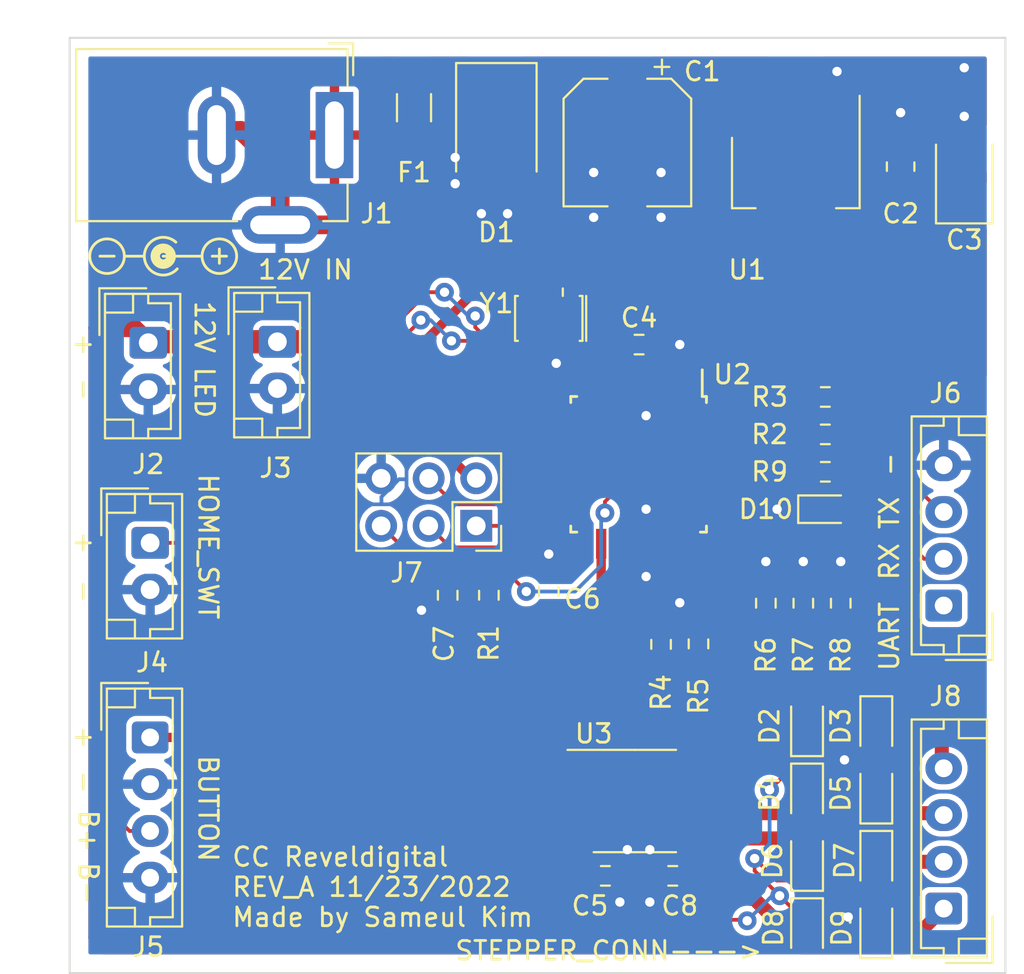
<source format=kicad_pcb>
(kicad_pcb (version 20211014) (generator pcbnew)
  (layers (0 "F.Cu" signal) (31 "B.Cu" signal) (34 "B.Paste" user) (35 "F.Paste" user) (36 "B.SilkS" user "B.Silkscreen") (37 "F.SilkS" user "F.Silkscreen") (38 "B.Mask" user) (39 "F.Mask" user) (44 "Edge.Cuts" user))
  (net 0 "")
  (net 1 "VDD")
  (net 2 "GND")
  (net 3 "VCC")
  (net 4 "/COILA1")
  (net 5 "/COILA2")
  (net 6 "/COILB1")
  (net 7 "/COILB2")
  (net 8 "Net-(D10-Pad2)")
  (net 9 "Net-(F1-Pad1)")
  (net 10 "HOME_SWITCH")
  (net 11 "BUTTON")
  (net 13 "RXD")
  (net 14 "TXD")
  (net 15 "/MISO")
  (net 16 "/SCK")
  (net 17 "/MOSI")
  (net 18 "~{RESET}")
  (net 19 "/RXD_PIN")
  (net 20 "/TXD_PIN")
  (net 21 "/EN_B")
  (net 22 "/PHA_B")
  (net 23 "/STBY")
  (net 24 "/EN_A")
  (net 25 "/PHA_A")
  (net 26 "Net-(J9-Pad1)")
  (net 27 "/XTAL1")
  (net 28 "/XTAL2")
  (net 29 "Net-(J10-Pad1)")
  (net 30 "Net-(J11-Pad1)")
  (net 31 "Net-(J12-Pad1)")
  (net 32 "Net-(J13-Pad1)")
  (net 33 "Net-(J14-Pad1)")
  (net 34 "Net-(J15-Pad1)")
  (net 35 "Net-(J16-Pad1)")
  (net 36 "Net-(J17-Pad1)")
  (net 39 "Net-(J18-Pad1)")
  (net 40 "Net-(R9-Pad1)")
  (footprint "Resistor_SMD:R_0603_1608Metric" (layer "F.Cu") (at 72.4 79.8 90)
    (fp_text reference "R1")
    (fp_text value "10k")
  )
  (footprint "Resistor_SMD:R_0603_1608Metric" (layer "F.Cu") (at 70.2 79.8 -90)
    (fp_text reference "C7")
    (fp_text value "100nF")
  )
  (footprint "Package_TO_SOT_SMD:SOT-223-3_TabPin2" (layer "F.Cu") (at 88.8 57.2 -90)
    (fp_text reference "U1")
    (fp_text value "LM1117-5.0")
  )
  (footprint "Connector_JST:JST_EH_B4B-EH-A_1x04_P2.50mm_Vertical" (layer "F.Cu") (at 96.7 80.35 90)
    (fp_text reference "J6")
    (fp_text value "UART_CONN")
  )
  (footprint "Connector_PinSocket_2.54mm:PinSocket_2x03_P2.54mm_Vertical" (layer "F.Cu") (at 71.725 76.09 -90)
    (fp_text reference "J7")
    (fp_text value "PROGRAM_CONN")
  )
  (footprint "Diode_SMD:D_SOD-323" (layer "F.Cu") (at 89.4 90.4 -90)
    (fp_text reference "D4")
    (fp_text value "D")
  )
  (footprint "Connector_Wire:SolderWirePad_1x01_SMD_1x2mm" (layer "F.Cu") (at 77.6 82.8 180)
    (fp_text reference "J12" hide)
    (fp_text value "PAD")
  )
  (footprint "Connector_JST:JST_EH_B2B-EH-A_1x02_P2.50mm_Vertical" (layer "F.Cu") (at 54.2 66.3 -90)
    (fp_text reference "J2")
    (fp_text value "LED_CONN")
  )
  (footprint "Resistor_SMD:R_0603_1608Metric" (layer "F.Cu") (at 87.2 80.225 90)
    (fp_text reference "R6")
    (fp_text value "10k")
  )
  (footprint "Resistor_SMD:R_0805_2012Metric" (layer "F.Cu") (at 94.4 56.8875 90)
    (fp_text reference "C2")
    (fp_text value "1uF")
  )
  (footprint "Capacitor_SMD:CP_Elec_6.3x5.2" (layer "F.Cu") (at 79.8 55.6 -90)
    (fp_text reference "C1")
    (fp_text value "47uF")
  )
  (footprint "Capacitor_Tantalum_SMD:CP_EIA-3528-12_Kemet-T" (layer "F.Cu") (at 97.8 57.4625 90)
    (fp_text reference "C3")
    (fp_text value "22uF")
  )
  (footprint "Package_QFP:TQFP-32_7x7mm_P0.8mm" (layer "F.Cu") (at 80.4 72.8 -90)
    (fp_text reference "U2")
    (fp_text value "ATmega8L-8A")
  )
  (footprint "Connector_Wire:SolderWirePad_1x01_SMD_1x2mm" (layer "F.Cu") (at 79.8 82.8)
    (fp_text reference "J14" hide)
    (fp_text value "PAD")
  )
  (footprint "Resistor_SMD:R_0603_1608Metric" (layer "F.Cu") (at 90.375 73.2)
    (fp_text reference "R9")
    (fp_text value "1k")
  )
  (footprint "Connector_JST:JST_EH_B2B-EH-A_1x02_P2.50mm_Vertical" (layer "F.Cu") (at 54.3 77 -90)
    (fp_text reference "J4")
    (fp_text value "HOME_SWITCH_CONN")
  )
  (footprint "Connector_Wire:SolderWirePad_1x01_SMD_1x2mm" (layer "F.Cu") (at 69.6 69.6 180)
    (fp_text reference "J10" hide)
    (fp_text value "PAD")
  )
  (footprint "Connector_Wire:SolderWirePad_1x01_SMD_1x2mm" (layer "F.Cu") (at 75.4 82.8)
    (fp_text reference "J13" hide)
    (fp_text value "PAD")
  )
  (footprint "Diode_SMD:D_SOD-323" (layer "F.Cu") (at 93.1 94 -90)
    (fp_text reference "D7")
    (fp_text value "D")
  )
  (footprint "Diode_SMD:D_SOD-323" (layer "F.Cu") (at 89.4 97.6 -90)
    (fp_text reference "D8")
    (fp_text value "D")
  )
  (footprint "Connector_JST:JST_EH_B4B-EH-A_1x04_P2.50mm_Vertical" (layer "F.Cu") (at 96.7 96.55 90)
    (fp_text reference "J8")
    (fp_text value "MOTOR_CONN")
  )
  (footprint "Package_SO:TSSOP-16_4.4x5mm_P0.65mm" (layer "F.Cu") (at 80.2 90.8)
    (fp_text reference "U3")
    (fp_text value "TC78H621")
  )
  (footprint "Connector_Wire:SolderWirePad_1x01_SMD_1x2mm" (layer "F.Cu") (at 67.8 69.6 180)
    (fp_text reference "J11" hide)
    (fp_text value "PAD")
  )
  (footprint "Diode_SMD:D_SOD-323" (layer "F.Cu") (at 89.4 86.8 90)
    (fp_text reference "D2")
    (fp_text value "D")
  )
  (footprint "Resistor_SMD:R_1206_3216Metric" (layer "F.Cu") (at 68.4 53.7375 90)
    (fp_text reference "F1")
    (fp_text value "1.5A")
  )
  (footprint "Resistor_SMD:R_0603_1608Metric" (layer "F.Cu") (at 83.6 82.4 90)
    (fp_text reference "R5")
    (fp_text value "10k")
  )
  (footprint "Crystal:Resonator_SMD_Murata_CSTxExxV-3Pin_3.0x1.1mm_HandSoldering" (layer "F.Cu") (at 75.6 65 180)
    (fp_text reference "Y1")
    (fp_text value "Resonator")
  )
  (footprint "Diode_SMD:D_SMB" (layer "F.Cu") (at 72.8 55 -90)
    (fp_text reference "D1")
    (fp_text value "D")
  )
  (footprint "Connector_JST:JST_EH_B2B-EH-A_1x02_P2.50mm_Vertical" (layer "F.Cu") (at 61.1 66.25 -90)
    (fp_text reference "J3")
    (fp_text value "FAN_CONN")
  )
  (footprint "Resistor_SMD:R_0603_1608Metric" (layer "F.Cu") (at 89.2 80.225 90)
    (fp_text reference "R7")
    (fp_text value "10k")
  )
  (footprint "Resistor_SMD:R_0603_1608Metric" (layer "F.Cu") (at 91.2 80.225 90)
    (fp_text reference "R8")
    (fp_text value "10k")
  )
  (footprint "Connector_BarrelJack:BarrelJack_GCT_DCJ200-10-A_Horizontal" (layer "F.Cu") (at 64.15 55.2 -90)
    (fp_text reference "J1")
    (fp_text value "Barrel_Jack_Switch")
  )
  (footprint "Resistor_SMD:R_0603_1608Metric" (layer "F.Cu") (at 78.625 94.8 180)
    (fp_text reference "C5")
    (fp_text value "100nF")
  )
  (footprint "Connector_Wire:SolderWirePad_1x01_SMD_1x2mm" (layer "F.Cu") (at 73.2 69.6 180)
    (fp_text reference "J18" hide)
    (fp_text value "PAD")
  )
  (footprint "Resistor_SMD:R_0603_1608Metric" (layer "F.Cu") (at 80.425 66.4)
    (fp_text reference "C4")
    (fp_text value "100nF")
  )
  (footprint "Resistor_SMD:R_0603_1608Metric" (layer "F.Cu") (at 90.375 71.2)
    (fp_text reference "R2")
    (fp_text value "1k")
  )
  (footprint "Resistor_SMD:R_0603_1608Metric" (layer "F.Cu") (at 82.225 94.8 180)
    (fp_text reference "C8")
    (fp_text value "100nF")
  )
  (footprint "Symbol:Symbol_Barrel_Polarity" (layer "F.Cu") (at 55 61.6)
    (fp_text reference "REF**" hide)
    (fp_text value "Symbol_Barrel_Polarity")
  )
  (footprint "Diode_SMD:D_SOD-323" (layer "F.Cu") (at 93.1 86.8 -90)
    (fp_text reference "D3")
    (fp_text value "D")
  )
  (footprint "Resistor_SMD:R_0603_1608Metric" (layer "F.Cu") (at 90.375 69.2)
    (fp_text reference "R3")
    (fp_text value "1k")
  )
  (footprint "Connector_Wire:SolderWirePad_1x01_SMD_1x2mm" (layer "F.Cu") (at 86.2 65.6)
    (fp_text reference "J16" hide)
    (fp_text value "PAD")
  )
  (footprint "Diode_SMD:D_SOD-323" (layer "F.Cu") (at 93.1 90.4 90)
    (fp_text reference "D5")
    (fp_text value "D")
  )
  (footprint "LED_SMD:LED_0603_1608Metric" (layer "F.Cu") (at 90.4125 75.2)
    (fp_text reference "D10")
    (fp_text value "LED")
  )
  (footprint "Connector_Wire:SolderWirePad_1x01_SMD_1x2mm" (layer "F.Cu") (at 84.2 65.6)
    (fp_text reference "J17" hide)
    (fp_text value "PAD")
  )
  (footprint "Resistor_SMD:R_0603_1608Metric" (layer "F.Cu") (at 81.6 82.425 90)
    (fp_text reference "R4")
    (fp_text value "10k")
  )
  (footprint "Diode_SMD:D_SOD-323" (layer "F.Cu") (at 89.4 94 90)
    (fp_text reference "D6")
    (fp_text value "D")
  )
  (footprint "Resistor_SMD:R_0603_1608Metric" (layer "F.Cu") (at 75.6 79.6 90)
    (fp_text reference "C6")
    (fp_text value "100nF")
  )
  (footprint "Connector_Wire:SolderWirePad_1x01_SMD_1x2mm" (layer "F.Cu") (at 71.4 69.6 180)
    (fp_text reference "J9" hide)
    (fp_text value "PAD")
  )
  (footprint "Diode_SMD:D_SOD-323" (layer "F.Cu") (at 93.1 97.6 90)
    (fp_text reference "D9")
    (fp_text value "D")
  )
  (footprint "Connector_Wire:SolderWirePad_1x01_SMD_1x2mm" (layer "F.Cu") (at 88.2 65.6)
    (fp_text reference "J15" hide)
    (fp_text value "PAD")
  )
  (footprint "Connector_JST:JST_EH_B4B-EH-A_1x04_P2.50mm_Vertical" (layer "F.Cu") (at 54.3 87.4 -90)
    (fp_text reference "J5")
    (fp_text value "BUTTON_CONN")
  )
  (gr_rect locked (start 50 50) (end 100 100) (layer "Edge.Cuts") (width 0.1) (fill none))
  (gr_text "B-" (at 51 95.2 270) (layer "F.SilkS") (effects (font (size 1 1))))
  (gr_text "+" (at 50.8 66.4 270) (layer "F.SilkS") (effects (font (size 1 1))))
  (gr_text "RX" (at 93.8 78 90) (layer "F.SilkS") (effects (font (size 1 1))))
  (gr_text "-" (at 50.8 79.6 270) (layer "F.SilkS") (effects (font (size 1 1))))
  (gr_text "-" (at 50.8 89.8 270) (layer "F.SilkS") (effects (font (size 1 1))))
  (gr_text "-" (at 52 61.6) (layer "F.SilkS") (effects (font (size 1 1))))
  (gr_text "+" (at 58 61.6) (layer "F.SilkS") (effects (font (size 1 1))))
  (gr_text "-\n" (at 50.8 68.8 270) (layer "F.SilkS") (effects (font (size 1 1))))
  (gr_text "BUTTON" (at 57.4 91.2 270) (layer "F.SilkS") (effects (font (size 1 1))))
  (gr_text "+" (at 50.8 87.4 270) (layer "F.SilkS") (effects (font (size 1 1))))
  (gr_text "STEPPER_CONN--->" (at 78.8 98.8) (layer "F.SilkS") (effects (font (size 1 1))))
  (gr_text "TX" (at 93.8 75.4 90) (layer "F.SilkS") (effects (font (size 1 1))))
  (gr_text "B+" (at 51 92.4 270) (layer "F.SilkS") (effects (font (size 1 1))))
  (gr_text "-" (at 93.8 72.8 90) (layer "F.SilkS") (effects (font (size 1 1))))
  (gr_text "UART" (at 93.8 82 90) (layer "F.SilkS") (effects (font (size 1 1))))
  (gr_text "12V LED" (at 57.2 67.2 270) (layer "F.SilkS") (effects (font (size 1 1))))
  (gr_text "HOME_SWT" (at 57.4 77.2 270) (layer "F.SilkS") (effects (font (size 1 1))))
  (gr_text "CC Reveldigital\nREV_A 11/23/2022\nMade by Sameul Kim" (at 58.6 95.4) (layer "F.SilkS") (effects (font (size 1 1)) (justify left)))
  (gr_text "+" (at 50.8 77 270) (layer "F.SilkS") (effects (font (size 1 1))))
  (gr_text "12V IN" (at 62.6 62.4) (layer "F.SilkS") (effects (font (size 1 1))))
  (segment (start 78.8 52.8) (end 79.8 52.8) (width 1.25) (layer "F.Cu") (net 1))
  (segment (start 71 62.2) (end 72 61.2) (width 1.25) (layer "F.Cu") (net 1))
  (segment (start 86.2 97.2) (end 86.15 97.15) (width 0.2) (layer "F.Cu") (net 1))
  (segment (start 83.05 93.0875) (end 83.0625 93.075) (width 0.2) (layer "F.Cu") (net 1))
  (segment (start 63.4 63.6) (end 53.4 63.6) (width 1) (layer "F.Cu") (net 1))
  (segment (start 51.9 98.5) (end 81.3 98.5) (width 1) (layer "F.Cu") (net 1))
  (segment (start 86.6 93.8745) (end 86.6 94.530426) (width 0.2) (layer "F.Cu") (net 1))
  (segment (start 63.8 65) (end 63.8 64) (width 1) (layer "F.Cu") (net 1))
  (segment (start 83.05 93.325) (end 83.0625 93.325) (width 1) (layer "F.Cu") (net 1))
  (segment (start 72 61.2) (end 73.6 61.2) (width 1.25) (layer "F.Cu") (net 1))
  (segment (start 87.7755 95.05) (end 89.4 95.05) (width 0.2) (layer "F.Cu") (net 1))
  (segment (start 86.6 93.8745) (end 87.7755 95.05) (width 0.2) (layer "F.Cu") (net 1))
  (segment (start 51.5 65.5) (end 53.4 65.5) (width 1) (layer "F.Cu") (net 1))
  (segment (start 53.4 63.6) (end 51.5 65.5) (width 1) (layer "F.Cu") (net 1))
  (segment (start 62.55 66.25) (end 61.1 66.25) (width 1.25) (layer "F.Cu") (net 1))
  (segment (start 65.6 62.2) (end 71 62.2) (width 1.25) (layer "F.Cu") (net 1))
  (segment (start 63.8 64) (end 65.6 62.2) (width 1.25) (layer "F.Cu") (net 1))
  (segment (start 88.25 89.35) (end 89.4 89.35) (width 0.2) (layer "F.Cu") (net 1))
  (segment (start 83.05 96.75) (end 83.05 94.8) (width 1) (layer "F.Cu") (net 1))
  (segment (start 51.5 98.1) (end 51.9 98.5) (width 1) (layer "F.Cu") (net 1))
  (segment (start 86.15 97.15) (end 83.05 97.15) (width 0.2) (layer "F.Cu") (net 1))
  (segment (start 75.6 56) (end 78.8 52.8) (width 1.25) (layer "F.Cu") (net 1))
  (segment (start 81.3 98.5) (end 83.05 96.75) (width 1) (layer "F.Cu") (net 1))
  (segment (start 89.4 87.85) (end 89.4 89.35) (width 0.2) (layer "F.Cu") (net 1))
  (segment (start 73.6 61.2) (end 75.6 59.2) (width 1.25) (layer "F.Cu") (net 1))
  (segment (start 51.5 65.5) (end 51.5 98.1) (width 1) (layer "F.Cu") (net 1))
  (segment (start 53.4 65.5) (end 54.2 66.3) (width 1) (layer "F.Cu") (net 1))
  (segment (start 87.934787 95.865213) (end 88.619574 96.55) (width 0.2) (layer "F.Cu") (net 1))
  (segment (start 86.6 94.530426) (end 87.934787 95.865213) (width 0.2) (layer "F.Cu") (net 1))
  (segment (start 75.6 59.2) (end 75.6 56) (width 1.25) (layer "F.Cu") (net 1))
  (segment (start 61.1 66.25) (end 54.25 66.25) (width 1.25) (layer "F.Cu") (net 1))
  (segment (start 83.05 94.8) (end 83.05 93.325) (width 1) (layer "F.Cu") (net 1))
  (segment (start 63.8 64) (end 63.4 63.6) (width 1) (layer "F.Cu") (net 1))
  (segment (start 63.8 65) (end 62.55 66.25) (width 1.25) (layer "F.Cu") (net 1))
  (segment (start 87.4 90.2) (end 88.25 89.35) (width 0.2) (layer "F.Cu") (net 1))
  (segment (start 54.25 66.25) (end 54.2 66.3) (width 1.25) (layer "F.Cu") (net 1))
  (segment (start 89.4 95.05) (end 89.4 96.55) (width 0.2) (layer "F.Cu") (net 1))
  (segment (start 88.619574 96.55) (end 89.4 96.55) (width 0.2) (layer "F.Cu") (net 1))
  (via (at 87.934787 95.865213) (size 1) (drill 0.5) (layers "F.Cu" "B.Cu") (net 1))
  (via (at 86.2 97.2) (size 1) (drill 0.5) (layers "F.Cu" "B.Cu") (net 1))
  (via (at 86.6 93.8745) (size 1) (drill 0.5) (layers "F.Cu" "B.Cu") (net 1))
  (via (at 87.4 90.2) (size 1) (drill 0.5) (layers "F.Cu" "B.Cu") (net 1))
  (segment (start 87.534787 95.865213) (end 87.934787 95.865213) (width 0.2) (layer "B.Cu") (net 1))
  (segment (start 87.4 90.2) (end 87.4 93.0745) (width 0.2) (layer "B.Cu") (net 1))
  (segment (start 86.2 97.2) (end 87.534787 95.865213) (width 0.2) (layer "B.Cu") (net 1))
  (segment (start 87.4 93.0745) (end 86.6 93.8745) (width 0.2) (layer "B.Cu") (net 1))
  (segment (start 93.1 96.1) (end 92.5 96.1) (width 0.2) (layer "F.Cu") (net 2))
  (segment (start 81.875 88.525) (end 81.6 88.8) (width 0.2) (layer "F.Cu") (net 2))
  (segment (start 80.8 75.2) (end 80.8 77.05) (width 0.2) (layer "F.Cu") (net 2))
  (segment (start 93.1 96.75) (end 93.1 96.1) (width 0.2) (layer "F.Cu") (net 2))
  (segment (start 89.2 79.4) (end 89.2 78) (width 0.2) (layer "F.Cu") (net 2))
  (segment (start 80.6 70.2) (end 80.8 70.2) (width 0.2) (layer "F.Cu") (net 2))
  (segment (start 61.8 60) (end 69.8 60) (width 1) (layer "F.Cu") (net 2))
  (segment (start 83.0625 91.775) (end 81.625 91.775) (width 0.2) (layer "F.Cu") (net 2))
  (segment (start 68.825 80.625) (end 68.8 80.6) (width 0.2) (layer "F.Cu") (net 2))
  (segment (start 81.6 88.8) (end 81.6 89.8) (width 0.2) (layer "F.Cu") (net 2))
  (segment (start 93.1 87.85) (end 92.15 87.85) (width 0.2) (layer "F.Cu") (net 2))
  (segment (start 72 59.4) (end 71.2 59.4) (width 0.5) (layer "F.Cu") (net 2))
  (segment (start 83.0625 89.825) (end 81.625 89.825) (width 0.2) (layer "F.Cu") (net 2))
  (segment (start 79.45 96.15) (end 79.45 94.8) (width 0.2) (layer "F.Cu") (net 2))
  (segment (start 73.4 59.4) (end 73.4 57.75) (width 0.5) (layer "F.Cu") (net 2))
  (segment (start 80.8 78.8) (end 80.8 77.8) (width 0.2) (layer "F.Cu") (net 2))
  (segment (start 75.6 67) (end 75.6 64.6) (width 0.2) (layer "F.Cu") (net 2))
  (segment (start 81.625 91.775) (end 81.6 91.8) (width 0.2) (layer "F.Cu") (net 2))
  (segment (start 78 59.6) (end 78 57.2) (width 0.5) (layer "F.Cu") (net 2))
  (segment (start 79.45 93.75) (end 79.45 94.8) (width 0.2) (layer "F.Cu") (net 2))
  (segment (start 72 57.95) (end 72.8 57.15) (width 0.5) (layer "F.Cu") (net 2))
  (segment (start 92.5 96.1) (end 91.6 97) (width 0.2) (layer "F.Cu") (net 2))
  (segment (start 72.2 57.4) (end 72.2 59.4) (width 1) (layer "F.Cu") (net 2))
  (segment (start 61.25 57.05) (end 61.25 59.75) (width 1) (layer "F.Cu") (net 2))
  (segment (start 83.0625 88.525) (end 81.875 88.525) (width 0.2) (layer "F.Cu") (net 2))
  (segment (start 92.15 87.85) (end 91.4 88.6) (width 0.2) (layer "F.Cu") (net 2))
  (segment (start 61.4 59.6) (end 61.8 60) (width 1) (layer "F.Cu") (net 2))
  (segment (start 81.6 94.225) (end 81.2 94.625) (width 0.2) (layer "F.Cu") (net 2))
  (segment (start 87.2 79.4) (end 87.2 78) (width 0.2) (layer "F.Cu") (net 2))
  (segment (start 81.4 93.8) (end 81.4 94.8) (width 0.2) (layer "F.Cu") (net 2))
  (segment (start 70.6 57.8) (end 70.6 56.4) (width 0.5) (layer "F.Cu") (net 2))
  (segment (start 81 93.4) (end 81.4 93.8) (width 0.2) (layer "F.Cu") (net 2))
  (segment (start 69.8 60) (end 70.4 59.4) (width 1) (layer "F.Cu") (net 2))
  (segment (start 57.85 54.95) (end 59.15 54.95) (width 1) (layer "F.Cu") (net 2))
  (segment (start 80 68.55) (end 80 69.6) (width 0.2) (layer "F.Cu") (net 2))
  (segment (start 81.6 66.75) (end 81.6 68.55) (width 0.2) (layer "F.Cu") (net 2))
  (segment (start 80.8 70.2) (end 81.2 70.2) (width 0.2) (layer "F.Cu") (net 2))
  (segment (start 81.6 59.6) (end 81 59.6) (width 0.5) (layer "F.Cu") (net 2))
  (segment (start 83.6 81.575) (end 83.6 81.2) (width 0.2) (layer "F.Cu") (net 2))
  (segment (start 70.2 80.625) (end 68.825 80.625) (width 0.2) (layer "F.Cu") (net 2))
  (segment (start 80 69.6) (end 80.6 70.2) (width 0.2) (layer "F.Cu") (net 2))
  (segment (start 81.25 66.4) (end 81.6 66.75) (width 0.2) (layer "F.Cu") (net 2))
  (segment (start 78 59.6) (end 78.6 59.6) (width 0.5) (layer "F.Cu") (net 2))
  (segment (start 93.1 89.35) (end 93.1 87.85) (width 0.2) (layer "F.Cu") (net 2))
  (segment (start 89.6 75.2) (end 87.8 75.2) (width 0.2) (layer "F.Cu") (net 2))
  (segment (start 71.2 59.4) (end 70.6 58.8) (width 0.5) (layer "F.Cu") (net 2))
  (segment (start 73.4 59.4) (end 72 59.4) (width 0.5) (layer "F.Cu") (net 2))
  (segment (start 70.4 59.4) (end 71.2 59.4) (width 1) (layer "F.Cu") (net 2))
  (segment (start 81.6 89.8) (end 81.6 91.8) (width 0.2) (layer "F.Cu") (net 2))
  (segment (start 72.2 59.4) (end 71.2 59.4) (width 1) (layer "F.Cu") (net 2))
  (segment (start 93.1 96.1) (end 93.1 95.25) (width 0.2) (layer "F.Cu") (net 2))
  (segment (start 79.8 93.4) (end 79.45 93.75) (width 0.2) (layer "F.Cu") (net 2))
  (segment (start 81.6 81.2) (end 82.6 80.2) (width 0.2) (layer "F.Cu") (net 2))
  (segment (start 81.25 66.4) (end 82.6 66.4) (width 0.2) (layer "F.Cu") (net 2))
  (segment (start 81.625 89.825) (end 81.6 89.8) (width 0.2) (layer "F.Cu") (net 2))
  (segment (start 81.6 91.8) (end 81.6 94.225) (width 0.2) (layer "F.Cu") (net 2))
  (segment (start 81.4 94.8) (end 81.4 95.8) (width 0.2) (layer "F.Cu") (net 2))
  (segment (start 81.6 57.2) (end 81.6 59.6) (width 0.5) (layer "F.Cu") (net 2))
  (segment (start 70.6 58.8) (end 70.6 57.8) (width 0.5) (layer "F.Cu") (net 2))
  (segment (start 81.6 81.6) (end 81.6 81.2) (width 0.2) (layer "F.Cu") (net 2))
  (segment (start 70.6 56.4) (end 72.05 56.4) (width 0.5) (layer "F.Cu") (net 2))
  (segment (start 70.6 57.8) (end 72.15 57.8) (width 0.5) (layer "F.Cu") (net 2))
  (segment (start 72.2 59.2) (end 72.2 57.4) (width 0.5) (layer "F.Cu") (net 2))
  (segment (start 61.4 59.6) (end 61.25 59.75) (width 0.5) (layer "F.Cu") (net 2))
  (segment (start 78.6 59.6) (end 79.8 58.4) (width 0.5) (layer "F.Cu") (net 2))
  (segment (start 72.15 57.8) (end 72.8 57.15) (width 0.5) (layer "F.Cu") (net 2))
  (segment (start 79.4 96.2) (end 79.45 96.15) (width 0.2) (layer "F.Cu") (net 2))
  (segment (start 91.2 79.4) (end 91.2 78) (width 0.2) (layer "F.Cu") (net 2))
  (segment (start 59.15 54.95) (end 61.25 57.05) (width 1) (layer "F.Cu") (net 2))
  (segment (start 78 57.2) (end 78.6 57.2) (width 0.5) (layer "F.Cu") (net 2))
  (segment (start 81 57.2) (end 79.8 58.4) (width 0.5) (layer "F.Cu") (net 2))
  (segment (start 81.4 95.8) (end 81 96.2) (width 0.2) (layer "F.Cu") (net 2))
  (segment (start 72 59.4) (end 72 57.95) (width 0.5) (layer "F.Cu") (net 2))
  (segment (start 72 59.4) (end 72.2 59.2) (width 0.5) (layer "F.Cu") (net 2))
  (segment (start 73.4 57.75) (end 72.8 57.15) (width 0.5) (layer "F.Cu") (net 2))
  (segment (start 75.6 77.5995) (end 75.6 78.775) (width 0.2) (layer "F.Cu") (net 2))
  (segment (start 81.6 57.2) (end 81 57.2) (width 0.5) (layer "F.Cu") (net 2))
  (segment (start 78.6 57.2) (end 79.8 58.4) (width 0.5) (layer "F.Cu") (net 2))
  (segment (start 81.6 69.8) (end 81.6 68.55) (width 0.2) (layer "F.Cu") (net 2))
  (segment (start 79.45 94.8) (end 81.4 94.8) (width 0.2) (layer "F.Cu") (net 2))
  (segment (start 81 59.6) (end 79.8 58.4) (width 0.5) (layer "F.Cu") (net 2))
  (segment (start 83.6 81.2) (end 82.6 80.2) (width 0.2) (layer "F.Cu") (net 2))
  (segment (start 76 67.4) (end 75.6 67) (width 0.2) (layer "F.Cu") (net 2))
  (segment (start 72.05 56.4) (end 72.8 57.15) (width 0.5) (layer "F.Cu") (net 2))
  (segment (start 81.2 70.2) (end 81.6 69.8) (width 0.2) (layer "F.Cu") (net 2))
  (via (at 94.4 54) (size 1) (drill 0.5) (layers "F.Cu" "B.Cu") (net 2))
  (via (at 72 59.4) (size 1) (drill 0.5) (layers "F.Cu" "B.Cu") (net 2))
  (via (at 79.4 96.2) (size 1) (drill 0.5) (layers "F.Cu" "B.Cu") (net 2))
  (via (at 70.6 56.4) (size 1) (drill 0.5) (layers "F.Cu" "B.Cu") (net 2))
  (via (at 75.6 77.5995) (size 1) (drill 0.5) (layers "F.Cu" "B.Cu") (net 2))
  (via (at 79.8 93.4) (size 1) (drill 0.5) (layers "F.Cu" "B.Cu") (net 2))
  (via (at 97.8 51.6) (size 1) (drill 0.5) (layers "F.Cu" "B.Cu") (net 2))
  (via (at 80.8 75.2) (size 1) (drill 0.5) (layers "F.Cu" "B.Cu") (net 2))
  (via (at 97.8 54.2) (size 1) (drill 0.5) (layers "F.Cu" "B.Cu") (net 2))
  (via (at 81.6 57.2) (size 1) (drill 0.5) (layers "F.Cu" "B.Cu") (net 2))
  (via (at 91 51.8) (size 1) (drill 0.5) (layers "F.Cu" "B.Cu") (net 2))
  (via (at 91.4 88.6) (size 1) (drill 0.5) (layers "F.Cu" "B.Cu") (net 2))
  (via (at 78 59.6) (size 1) (drill 0.5) (layers "F.Cu" "B.Cu") (net 2))
  (via (at 80.8 70.2) (size 1) (drill 0.5) (layers "F.Cu" "B.Cu") (net 2))
  (via (at 81 96.2) (size 1) (drill 0.5) (layers "F.Cu" "B.Cu") (net 2))
  (via (at 82.6 80.2) (size 1) (drill 0.5) (layers "F.Cu" "B.Cu") (net 2))
  (via (at 73.4 59.4) (size 1) (drill 0.5) (layers "F.Cu" "B.Cu") (net 2))
  (via (at 87.8 75.2) (size 1) (drill 0.5) (layers "F.Cu" "B.Cu") (net 2))
  (via (at 80.8 78.8) (size 1) (drill 0.5) (layers "F.Cu" "B.Cu") (net 2))
  (via (at 91.2 78) (size 1) (drill 0.5) (layers "F.Cu" "B.Cu") (net 2))
  (via (at 89.2 78) (size 1) (drill 0.5) (layers "F.Cu" "B.Cu") (net 2))
  (via (at 91.6 97) (size 1) (drill 0.5) (layers "F.Cu" "B.Cu") (net 2))
  (via (at 70.6 57.8) (size 1) (drill 0.5) (layers "F.Cu" "B.Cu") (net 2))
  (via (at 76 67.4) (size 1) (drill 0.5) (layers "F.Cu" "B.Cu") (net 2))
  (via (at 78 57.2) (size 1) (drill 0.5) (layers "F.Cu" "B.Cu") (net 2))
  (via (at 81.6 59.6) (size 1) (drill 0.5) (layers "F.Cu" "B.Cu") (net 2))
  (via (at 87.2 78) (size 1) (drill 0.5) (layers "F.Cu" "B.Cu") (net 2))
  (via (at 81 93.4) (size 1) (drill 0.5) (layers "F.Cu" "B.Cu") (net 2))
  (via (at 68.8 80.6) (size 1) (drill 0.5) (layers "F.Cu" "B.Cu") (net 2))
  (via (at 82.6 66.4) (size 1) (drill 0.5) (layers "F.Cu" "B.Cu") (net 2))
  (segment (start 66.66 74.54) (end 67.6 73.6) (width 0.2) (layer "B.Cu") (net 2))
  (segment (start 68 72.4) (end 68 75) (width 0.2) (layer "B.Cu") (net 2))
  (segment (start 66.66 74.94) (end 65.46 74.94) (width 0.2) (layer "B.Cu") (net 2))
  (segment (start 66.645 73.55) (end 66.645 72.155) (width 0.2) (layer "B.Cu") (net 2))
  (segment (start 65.46 74.94) (end 64.6 74.08) (width 0.2) (layer "B.Cu") (net 2))
  (segment (start 67.94 74.94) (end 66.66 74.94) (width 0.2) (layer "B.Cu") (net 2))
  (segment (start 68 75) (end 67.94 74.94) (width 0.2) (layer "B.Cu") (net 2))
  (segment (start 66.8 72) (end 67.6 72) (width 0.2) (layer "B.Cu") (net 2))
  (segment (start 64.6 73.6) (end 64.8 73.4) (width 0.2) (layer "B.Cu") (net 2))
  (segment (start 67.6 73.6) (end 68 73.6) (width 0.2) (layer "B.Cu") (net 2))
  (segment (start 66.66 74.94) (end 66.66 74.54) (width 0.2) (layer "B.Cu") (net 2))
  (segment (start 64.6 74.08) (end 64.6 73.6) (width 0.2) (layer "B.Cu") (net 2))
  (segment (start 67.6 72) (end 68 72.4) (width 0.2) (layer "B.Cu") (net 2))
  (segment (start 66.645 72.155) (end 66.8 72) (width 0.2) (layer "B.Cu") (net 2))
  (segment (start 71.4375 73.55) (end 69.6875 71.8) (width 0.5) (layer "F.Cu") (net 3))
  (segment (start 78.463908 91.125) (end 78.8 91.461092) (width 0.5) (layer "F.Cu") (net 3))
  (segment (start 69.8 85.6) (end 69.8 91) (width 0.5) (layer "F.Cu") (net 3))
  (segment (start 69.6875 71.8) (end 64.6 71.8) (width 0.5) (layer "F.Cu") (net 3))
  (segment (start 63.7 79.8) (end 63.6 79.8) (width 0.5) (layer "F.Cu") (net 3))
  (segment (start 69.8 91) (end 73.6 94.8) (width 0.5) (layer "F.Cu") (net 3))
  (segment (start 80.8 68.55) (end 80.8 67.675) (width 0.2) (layer "F.Cu") (net 3))
  (segment (start 63.4 79.8) (end 63.6 79.8) (width 0.5) (layer "F.Cu") (net 3))
  (segment (start 71.6 83.4) (end 71.6 81.425) (width 0.5) (layer "F.Cu") (net 3))
  (segment (start 73.6 94.8) (end 77.8 94.8) (width 0.5) (layer "F.Cu") (net 3))
  (segment (start 71.6 83.4) (end 71.6 83.8) (width 0.5) (layer "F.Cu") (net 3))
  (segment (start 79.6 66.4) (end 79.6 62.8) (width 0.5) (layer "F.Cu") (net 3))
  (segment (start 71.6 83.4) (end 71.2 83) (width 0.5) (layer "F.Cu") (net 3))
  (segment (start 72.375 80.65) (end 76.95 80.65) (width 0.5) (layer "F.Cu") (net 3))
  (segment (start 66.9 83) (end 63.7 79.8) (width 0.5) (layer "F.Cu") (net 3))
  (segment (start 64.6 70.6) (end 64.6 71.8) (width 0.5) (layer "F.Cu") (net 3))
  (segment (start 79.6 66.475) (end 79.6 66.4) (width 0.2) (layer "F.Cu") (net 3))
  (segment (start 78.4 91.125) (end 78.463908 91.125) (width 0.5) (layer "F.Cu") (net 3))
  (segment (start 78.8 93.8) (end 77.8 94.8) (width 0.5) (layer "F.Cu") (net 3))
  (segment (start 71.2 83) (end 66.9 83) (width 0.5) (layer "F.Cu") (net 3))
  (segment (start 64.6 71.8) (end 63.6 72.8) (width 0.5) (layer "F.Cu") (net 3))
  (segment (start 63.6 72.8) (end 63.6 79.8) (width 0.5) (layer "F.Cu") (net 3))
  (segment (start 79.6 66.4) (end 79.2 66.8) (width 0.2) (layer "F.Cu") (net 3))
  (segment (start 71.6 81.425) (end 72.375 80.65) (width 0.5) (layer "F.Cu") (net 3))
  (segment (start 79.6 62.8) (end 79.2 62.4) (width 0.5) (layer "F.Cu") (net 3))
  (segment (start 54.3 87.4) (end 55.8 87.4) (width 0.5) (layer "F.Cu") (net 3))
  (segment (start 78.4 78.8) (end 78.4 77.05) (width 0.5) (layer "F.Cu") (net 3))
  (segment (start 78.8 91.461092) (end 78.8 93.8) (width 0.5) (layer "F.Cu") (net 3))
  (segment (start 77.3375 91.125) (end 78.4 91.125) (width 0.2) (layer "F.Cu") (net 3))
  (segment (start 71.725 73.55) (end 71.4375 73.55) (width 0.5) (layer "F.Cu") (net 3))
  (segment (start 71.6 83.8) (end 69.8 85.6) (width 0.5) (layer "F.Cu") (net 3))
  (segment (start 55.8 87.4) (end 63.4 79.8) (width 0.5) (layer "F.Cu") (net 3))
  (segment (start 79.2 62.4) (end 72.8 62.4) (width 0.5) (layer "F.Cu") (net 3))
  (segment (start 72.8 62.4) (end 64.6 70.6) (width 0.5) (layer "F.Cu") (net 3))
  (segment (start 78.4 79.2) (end 78.4 78.8) (width 0.5) (layer "F.Cu") (net 3))
  (segment (start 88.8 54.05) (end 88.8 60.35) (width 2) (layer "F.Cu") (net 3))
  (segment (start 76.95 80.65) (end 78.4 79.2) (width 0.5) (layer "F.Cu") (net 3))
  (segment (start 79.2 66.8) (end 79.2 68.55) (width 0.2) (layer "F.Cu") (net 3))
  (segment (start 80.8 67.675) (end 79.6 66.475) (width 0.2) (layer "F.Cu") (net 3))
  (segment (start 96.6 86.6) (end 95.75 85.75) (width 0.75) (layer "F.Cu") (net 4))
  (segment (start 85.8 89) (end 84.4 89) (width 0.75) (layer "F.Cu") (net 4))
  (segment (start 96.6 88.95) (end 96.6 86.6) (width 0.75) (layer "F.Cu") (net 4))
  (segment (start 95.75 85.75) (end 93.1 85.75) (width 0.75) (layer "F.Cu") (net 4))
  (segment (start 89.05 85.75) (end 85.8 89) (width 0.75) (layer "F.Cu") (net 4))
  (segment (start 84.4 89) (end 84.225 89.175) (width 0.2) (layer "F.Cu") (net 4))
  (segment (start 89.4 85.75) (end 89.05 85.75) (width 0.75) (layer "F.Cu") (net 4))
  (segment (start 84.225 89.175) (end 83.0625 89.175) (width 0.2) (layer "F.Cu") (net 4))
  (segment (start 96.7 89.05) (end 96.6 88.95) (width 0.75) (layer "F.Cu") (net 4))
  (segment (start 89.4 85.75) (end 93.1 85.75) (width 0.75) (layer "F.Cu") (net 4))
  (segment (start 83.925 90.475) (end 83.0625 90.475) (width 0.2) (layer "F.Cu") (net 5))
  (segment (start 85.2 90.2) (end 86.45 91.45) (width 0.75) (layer "F.Cu") (net 5))
  (segment (start 96.7 91.55) (end 96.6 91.45) (width 0.75) (layer "F.Cu") (net 5))
  (segment (start 84.2 90.2) (end 83.925 90.475) (width 0.2) (layer "F.Cu") (net 5))
  (segment (start 86.45 91.45) (end 89.4 91.45) (width 0.75) (layer "F.Cu") (net 5))
  (segment (start 84.8 90.2) (end 85.2 90.2) (width 0.75) (layer "F.Cu") (net 5))
  (segment (start 89.4 91.45) (end 93.1 91.45) (width 0.75) (layer "F.Cu") (net 5))
  (segment (start 84.8 90.2) (end 84.2 90.2) (width 0.2) (layer "F.Cu") (net 5))
  (segment (start 96.6 91.45) (end 93.1 91.45) (width 0.75) (layer "F.Cu") (net 5))
  (segment (start 84.525 91.125) (end 83.0625 91.125) (width 0.2) (layer "F.Cu") (net 6))
  (segment (start 96.7 94.05) (end 94.65 94.05) (width 0.75) (layer "F.Cu") (net 6))
  (segment (start 93.4 92.8) (end 86.2 92.8) (width 0.75) (layer "F.Cu") (net 6))
  (segment (start 94.65 94.05) (end 93.4 92.8) (width 0.75) (layer "F.Cu") (net 6))
  (segment (start 86.2 92.8) (end 84.525 91.125) (width 0.75) (layer "F.Cu") (net 6))
  (segment (start 89.15 98.6) (end 89.175 98.625) (width 0.75) (layer "F.Cu") (net 7))
  (segment (start 89.15 98.6) (end 85.4 94.85) (width 0.75) (layer "F.Cu") (net 7))
  (segment (start 85.4 93.4) (end 84.425 92.425) (width 0.75) (layer "F.Cu") (net 7))
  (segment (start 93.1 98.65) (end 94.6 98.65) (width 0.7) (layer "F.Cu") (net 7))
  (segment (start 85.4 94.85) (end 85.4 93.4) (width 0.75) (layer "F.Cu") (net 7))
  (segment (start 89.2 98.6) (end 89.15 98.6) (width 0.75) (layer "F.Cu") (net 7))
  (segment (start 89.175 98.625) (end 89.4 98.625) (width 0.75) (layer "F.Cu") (net 7))
  (segment (start 93.1 98.65) (end 89.4 98.65) (width 0.7) (layer "F.Cu") (net 7))
  (segment (start 84.425 92.425) (end 83.0625 92.425) (width 0.2) (layer "F.Cu") (net 7))
  (segment (start 94.6 98.65) (end 96.7 96.55) (width 0.7) (layer "F.Cu") (net 7))
  (segment (start 91.2 73.2) (end 91.2 75.2) (width 0.2) (layer "F.Cu") (net 8))
  (segment (start 68.15 54.95) (end 68.4 55.2) (width 0.2) (layer "F.Cu") (net 9))
  (segment (start 70.028602 63.6) (end 69.125833 63.6) (width 0.2) (layer "F.Cu") (net 10))
  (segment (start 55.725833 77) (end 54.3 77) (width 0.2) (layer "F.Cu") (net 10))
  (segment (start 71.671398 65.471398) (end 76.15 69.95) (width 0.2) (layer "F.Cu") (net 10))
  (segment (start 69.125833 63.6) (end 55.725833 77) (width 0.2) (layer "F.Cu") (net 10))
  (segment (start 71.671398 64.871398) (end 71.671398 65.471398) (width 0.2) (layer "F.Cu") (net 10))
  (segment (start 76.15 69.95) (end 76.15 70) (width 0.2) (layer "F.Cu") (net 10))
  (via (at 70.028602 63.6) (size 1) (drill 0.5) (layers "F.Cu" "B.Cu") (net 10))
  (via (at 71.671398 64.871398) (size 1) (drill 0.5) (layers "F.Cu" "B.Cu") (net 10))
  (segment (start 70.028602 63.6) (end 71.3 64.871398) (width 0.2) (layer "B.Cu") (net 10))
  (segment (start 71.3 64.871398) (end 71.671398 64.871398) (width 0.2) (layer "B.Cu") (net 10))
  (segment (start 75.275 70.8) (end 76.15 70.8) (width 0.2) (layer "F.Cu") (net 11))
  (segment (start 54.8 85.8) (end 53.4 85.8) (width 0.2) (layer "F.Cu") (net 11))
  (segment (start 53.4 85.8) (end 52.6 86.6) (width 0.2) (layer "F.Cu") (net 11))
  (segment (start 68.763948 65.092549) (end 68.763948 65.093256) (width 0.2) (layer "F.Cu") (net 11))
  (segment (start 74.6 70.125) (end 75.275 70.8) (width 0.2) (layer "F.Cu") (net 11))
  (segment (start 52.6 86.6) (end 52.6 91.8) (width 0.2) (layer "F.Cu") (net 11))
  (segment (start 74.6 69.1) (end 74.6 70.125) (width 0.2) (layer "F.Cu") (net 11))
  (segment (start 52.6 91.8) (end 53.2 92.4) (width 0.2) (layer "F.Cu") (net 11))
  (segment (start 70.4 66.2) (end 71.7 66.2) (width 0.2) (layer "F.Cu") (net 11))
  (segment (start 59.8 74.057204) (end 59.8 80.8) (width 0.2) (layer "F.Cu") (net 11))
  (segment (start 59.8 80.8) (end 54.8 85.8) (width 0.2) (layer "F.Cu") (net 11))
  (segment (start 53.2 92.4) (end 54.3 92.4) (width 0.2) (layer "F.Cu") (net 11))
  (segment (start 68.763948 65.093256) (end 59.8 74.057204) (width 0.2) (layer "F.Cu") (net 11))
  (segment (start 71.7 66.2) (end 74.6 69.1) (width 0.2) (layer "F.Cu") (net 11))
  (via (at 68.763948 65.092549) (size 1) (drill 0.5) (layers "F.Cu" "B.Cu") (net 11))
  (via (at 70.4 66.2) (size 1) (drill 0.5) (layers "F.Cu" "B.Cu") (net 11))
  (segment (start 69.292549 65.092549) (end 70.4 66.2) (width 0.2) (layer "B.Cu") (net 11))
  (segment (start 68.763948 65.092549) (end 69.292549 65.092549) (width 0.2) (layer "B.Cu") (net 11))
  (segment (start 92.6 74.8) (end 95.65 77.85) (width 0.2) (layer "F.Cu") (net 13))
  (segment (start 91.2 71.2) (end 92.6 72.6) (width 0.2) (layer "F.Cu") (net 13))
  (segment (start 92.6 72.6) (end 92.6 74.8) (width 0.2) (layer "F.Cu") (net 13))
  (segment (start 95.65 77.85) (end 96.3 77.85) (width 0.2) (layer "F.Cu") (net 13))
  (segment (start 92.2 71) (end 92.2 70) (width 0.2) (layer "F.Cu") (net 14))
  (segment (start 92.2 70) (end 91.4 69.2) (width 0.2) (layer "F.Cu") (net 14))
  (segment (start 96.3 75.1) (end 92.2 71) (width 0.2) (layer "F.Cu") (net 14))
  (segment (start 96.3 75.35) (end 96.3 75.1) (width 0.2) (layer "F.Cu") (net 14))
  (segment (start 75.66 76.09) (end 76.15 75.6) (width 0.2) (layer "F.Cu") (net 15))
  (segment (start 71.725 76.09) (end 75.66 76.09) (width 0.2) (layer "F.Cu") (net 15))
  (segment (start 72.875 77.24) (end 70.335 77.24) (width 0.2) (layer "F.Cu") (net 16))
  (segment (start 77.6 77.05) (end 77.35 76.8) (width 0.2) (layer "F.Cu") (net 16))
  (segment (start 73.315 76.8) (end 72.875 77.24) (width 0.2) (layer "F.Cu") (net 16))
  (segment (start 70.335 77.24) (end 69.185 76.09) (width 0.2) (layer "F.Cu") (net 16))
  (segment (start 77.35 76.8) (end 73.315 76.8) (width 0.2) (layer "F.Cu") (net 16))
  (segment (start 76.01 74.94) (end 76.15 74.8) (width 0.2) (layer "F.Cu") (net 17))
  (segment (start 69.185 73.55) (end 70.575 74.94) (width 0.2) (layer "F.Cu") (net 17))
  (segment (start 70.575 74.94) (end 76.01 74.94) (width 0.2) (layer "F.Cu") (net 17))
  (segment (start 78.6 75.4) (end 78.6 74.8) (width 0.2) (layer "F.Cu") (net 18))
  (segment (start 69.555 79) (end 66.645 76.09) (width 0.2) (layer "F.Cu") (net 18))
  (segment (start 81 72.4) (end 84.65 72.4) (width 0.2) (layer "F.Cu") (net 18))
  (segment (start 78.6 74.8) (end 81 72.4) (width 0.2) (layer "F.Cu") (net 18))
  (segment (start 74.4 79.6) (end 73.8 79) (width 0.2) (layer "F.Cu") (net 18))
  (segment (start 73.8 79) (end 69.555 79) (width 0.2) (layer "F.Cu") (net 18))
  (via (at 78.6 75.4) (size 1) (drill 0.5) (layers "F.Cu" "B.Cu") (net 18))
  (via (at 74.4 79.6) (size 1) (drill 0.5) (layers "F.Cu" "B.Cu") (net 18))
  (segment (start 78.4 75.6) (end 78.6 75.4) (width 0.2) (layer "B.Cu") (net 18))
  (segment (start 77 79.6) (end 78.4 78.2) (width 0.2) (layer "B.Cu") (net 18))
  (segment (start 74.4 79.6) (end 77 79.6) (width 0.2) (layer "B.Cu") (net 18))
  (segment (start 78.4 78.2) (end 78.4 75.6) (width 0.2) (layer "B.Cu") (net 18))
  (segment (start 87.4 71.6) (end 84.65 71.6) (width 0.2) (layer "F.Cu") (net 19))
  (segment (start 87.8 71.2) (end 87.4 71.6) (width 0.2) (layer "F.Cu") (net 19))
  (segment (start 89.55 71.2) (end 87.825 71.2) (width 0.2) (layer "F.Cu") (net 19))
  (segment (start 87 70.8) (end 84.65 70.8) (width 0.2) (layer "F.Cu") (net 20))
  (segment (start 88.6 69.2) (end 87 70.8) (width 0.2) (layer "F.Cu") (net 20))
  (segment (start 89.55 69.2) (end 88.625 69.2) (width 0.2) (layer "F.Cu") (net 20))
  (segment (start 72.4 87) (end 72.4 90.6) (width 0.2) (layer "F.Cu") (net 21))
  (segment (start 81.2 84.4) (end 75 84.4) (width 0.2) (layer "F.Cu") (net 21))
  (segment (start 75 93.2) (end 77.2125 93.2) (width 0.2) (layer "F.Cu") (net 21))
  (segment (start 82.4 77.05) (end 82.4 79.2) (width 0.2) (layer "F.Cu") (net 21))
  (segment (start 80.8 80.8) (end 80.8 82.8) (width 0.2) (layer "F.Cu") (net 21))
  (segment (start 80.8 82.8) (end 81.25 83.25) (width 0.2) (layer "F.Cu") (net 21))
  (segment (start 81.6 84) (end 81.2 84.4) (width 0.2) (layer "F.Cu") (net 21))
  (segment (start 77.2125 93.2) (end 77.3375 93.075) (width 0.2) (layer "F.Cu") (net 21))
  (segment (start 72.4 90.6) (end 75 93.2) (width 0.2) (layer "F.Cu") (net 21))
  (segment (start 75 84.4) (end 72.4 87) (width 0.2) (layer "F.Cu") (net 21))
  (segment (start 81.6 83.25) (end 81.6 84) (width 0.2) (layer "F.Cu") (net 21))
  (segment (start 82.4 79.2) (end 80.8 80.8) (width 0.2) (layer "F.Cu") (net 21))
  (segment (start 81.25 83.25) (end 81.6 83.25) (width 0.2) (layer "F.Cu") (net 21))
  (segment (start 83.6 83.765685) (end 83.6 83.225) (width 0.2) (layer "F.Cu") (net 22))
  (segment (start 77.3375 92.425) (end 75.425 92.425) (width 0.2) (layer "F.Cu") (net 22))
  (segment (start 82.165685 85.2) (end 83.6 83.765685) (width 0.2) (layer "F.Cu") (net 22))
  (segment (start 73.2 87.4) (end 75.4 85.2) (width 0.2) (layer "F.Cu") (net 22))
  (segment (start 84.6 82.6) (end 84.6 80.4) (width 0.2) (layer "F.Cu") (net 22))
  (segment (start 83.975 83.225) (end 84.6 82.6) (width 0.2) (layer "F.Cu") (net 22))
  (segment (start 83.2 79) (end 83.2 77.05) (width 0.2) (layer "F.Cu") (net 22))
  (segment (start 83.6 83.225) (end 83.975 83.225) (width 0.2) (layer "F.Cu") (net 22))
  (segment (start 73.2 90.2) (end 73.2 87.4) (width 0.2) (layer "F.Cu") (net 22))
  (segment (start 75.4 85.2) (end 82.165685 85.2) (width 0.2) (layer "F.Cu") (net 22))
  (segment (start 84.6 80.4) (end 83.2 79) (width 0.2) (layer "F.Cu") (net 22))
  (segment (start 75.425 92.425) (end 73.2 90.2) (width 0.2) (layer "F.Cu") (net 22))
  (segment (start 83.5 86) (end 75.8 86) (width 0.2) (layer "F.Cu") (net 23))
  (segment (start 84.65 79.05) (end 84.65 75.6) (width 0.2) (layer "F.Cu") (net 23))
  (segment (start 75.8 86) (end 74 87.8) (width 0.2) (layer "F.Cu") (net 23))
  (segment (start 87.2 82.3) (end 83.5 86) (width 0.2) (layer "F.Cu") (net 23))
  (segment (start 75.975 91.775) (end 77.3375 91.775) (width 0.2) (layer "F.Cu") (net 23))
  (segment (start 74 89.8) (end 75.975 91.775) (width 0.2) (layer "F.Cu") (net 23))
  (segment (start 74 87.8) (end 74 89.8) (width 0.2) (layer "F.Cu") (net 23))
  (segment (start 87.2 81.05) (end 87.2 82.3) (width 0.2) (layer "F.Cu") (net 23))
  (segment (start 86.65 81.05) (end 84.65 79.05) (width 0.2) (layer "F.Cu") (net 23))
  (segment (start 87.2 81.05) (end 86.65 81.05) (width 0.2) (layer "F.Cu") (net 23))
  (segment (start 83.8 86.8) (end 89.2 81.4) (width 0.2) (layer "F.Cu") (net 24))
  (segment (start 88.2 80.05) (end 88.2 78.65) (width 0.2) (layer "F.Cu") (net 24))
  (segment (start 85.525 74.8) (end 84.65 74.8) (width 0.2) (layer "F.Cu") (net 24))
  (segment (start 86.8 76.8) (end 86 76) (width 0.2) (layer "F.Cu") (net 24))
  (segment (start 74.8 88.2) (end 76.2 86.8) (width 0.2) (layer "F.Cu") (net 24))
  (segment (start 76.2 86.8) (end 83.8 86.8) (width 0.2) (layer "F.Cu") (net 24))
  (segment (start 88.2 77.6) (end 87.4 76.8) (width 0.2) (layer "F.Cu") (net 24))
  (segment (start 86 75.275) (end 85.525 74.8) (width 0.2) (layer "F.Cu") (net 24))
  (segment (start 89.2 81.05) (end 88.2 80.05) (width 0.2) (layer "F.Cu") (net 24))
  (segment (start 86 76) (end 86 75.275) (width 0.2) (layer "F.Cu") (net 24))
  (segment (start 87.4 76.8) (end 86.8 76.8) (width 0.2) (layer "F.Cu") (net 24))
  (segment (start 89.2 81.4) (end 89.2 81.05) (width 0.2) (layer "F.Cu") (net 24))
  (segment (start 88.2 78.6) (end 88.2 77.6) (width 0.2) (layer "F.Cu") (net 24))
  (segment (start 77.3375 90.475) (end 76.075 90.475) (width 0.2) (layer "F.Cu") (net 24))
  (segment (start 74.8 89.2) (end 74.8 88.2) (width 0.2) (layer "F.Cu") (net 24))
  (segment (start 76.075 90.475) (end 74.8 89.2) (width 0.2) (layer "F.Cu") (net 24))
  (segment (start 89.2 76.2) (end 86.8 76.2) (width 0.2) (layer "F.Cu") (net 25))
  (segment (start 90.2 77.2) (end 89.2 76.2) (width 0.2) (layer "F.Cu") (net 25))
  (segment (start 75.6 88.4) (end 75.6 89) (width 0.2) (layer "F.Cu") (net 25))
  (segment (start 84.2 87.6) (end 76.4 87.6) (width 0.2) (layer "F.Cu") (net 25))
  (segment (start 76.4 87.6) (end 75.6 88.4) (width 0.2) (layer "F.Cu") (net 25))
  (segment (start 75.6 89) (end 76.425 89.825) (width 0.2) (layer "F.Cu") (net 25))
  (segment (start 91.2 81.05) (end 90.2 80.05) (width 0.2) (layer "F.Cu") (net 25))
  (segment (start 91.2 81.05) (end 90.75 81.05) (width 0.2) (layer "F.Cu") (net 25))
  (segment (start 76.425 89.825) (end 77.3375 89.825) (width 0.2) (layer "F.Cu") (net 25))
  (segment (start 86.8 76.2) (end 86.4 75.8) (width 0.2) (layer "F.Cu") (net 25))
  (segment (start 85.525 74) (end 84.65 74) (width 0.2) (layer "F.Cu") (net 25))
  (segment (start 86.4 75.8) (end 86.4 74.875) (width 0.2) (layer "F.Cu") (net 25))
  (segment (start 86.4 74.875) (end 85.525 74) (width 0.2) (layer "F.Cu") (net 25))
  (segment (start 90.2 80.05) (end 90.2 77.2) (width 0.2) (layer "F.Cu") (net 25))
  (segment (start 90.75 81.05) (end 84.2 87.6) (width 0.2) (layer "F.Cu") (net 25))
  (segment (start 74 71.2) (end 72.4 71.2) (width 0.2) (layer "F.Cu") (net 26))
  (segment (start 76.15 72.4) (end 75.2 72.4) (width 0.2) (layer "F.Cu") (net 26))
  (segment (start 71.4 70.2) (end 71.4 69.6) (width 0.2) (layer "F.Cu") (net 26))
  (segment (start 72.4 71.2) (end 71.4 70.2) (width 0.2) (layer "F.Cu") (net 26))
  (segment (start 75.2 72.4) (end 74 71.2) (width 0.2) (layer "F.Cu") (net 26))
  (segment (start 76.8 66) (end 76.8 64.6) (width 0.2) (layer "F.Cu") (net 27))
  (segment (start 78.4 67.6) (end 76.8 66) (width 0.2) (layer "F.Cu") (net 27))
  (segment (start 78.4 68.55) (end 78.4 67.6) (width 0.2) (layer "F.Cu") (net 27))
  (segment (start 77.6 68.55) (end 75.95 68.55) (width 0.2) (layer "F.Cu") (net 28))
  (segment (start 75.95 68.55) (end 74.4 67) (width 0.2) (layer "F.Cu") (net 28))
  (segment (start 74.4 67) (end 74.4 64.6) (width 0.2) (layer "F.Cu") (net 28))
  (segment (start 74 73.2) (end 72.4 71.6) (width 0.2) (layer "F.Cu") (net 29))
  (segment (start 72.4 71.6) (end 71.2 71.6) (width 0.2) (layer "F.Cu") (net 29))
  (segment (start 71.2 71.6) (end 69.6 70) (width 0.2) (layer "F.Cu") (net 29))
  (segment (start 76.15 73.2) (end 74 73.2) (width 0.2) (layer "F.Cu") (net 29))
  (segment (start 69.6 70) (end 69.6 69.6) (width 0.2) (layer "F.Cu") (net 29))
  (segment (start 70.665318 72) (end 69.865318 71.2) (width 0.2) (layer "F.Cu") (net 30))
  (segment (start 69.865318 71.2) (end 68.4 71.2) (width 0.2) (layer "F.Cu") (net 30))
  (segment (start 72.2 72) (end 70.665318 72) (width 0.2) (layer "F.Cu") (net 30))
  (segment (start 74.2 74) (end 72.2 72) (width 0.2) (layer "F.Cu") (net 30))
  (segment (start 67.8 70.6) (end 67.8 69.6) (width 0.2) (layer "F.Cu") (net 30))
  (segment (start 68.4 71.2) (end 67.8 70.6) (width 0.2) (layer "F.Cu") (net 30))
  (segment (start 76.15 74) (end 74.2 74) (width 0.2) (layer "F.Cu") (net 30))
  (segment (start 77.8 81.4) (end 77.8 82.8) (width 0.2) (layer "F.Cu") (net 31))
  (segment (start 80 79.2) (end 77.8 81.4) (width 0.2) (layer "F.Cu") (net 31))
  (segment (start 80 77.05) (end 80 79.2) (width 0.2) (layer "F.Cu") (net 31))
  (segment (start 75.6 82) (end 75.6 82.8) (width 0.2) (layer "F.Cu") (net 32))
  (segment (start 79.2 77.05) (end 79.2 79.177817) (width 0.2) (layer "F.Cu") (net 32))
  (segment (start 76.4 81.2) (end 75.6 82) (width 0.2) (layer "F.Cu") (net 32))
  (segment (start 77.177817 81.2) (end 76.4 81.2) (width 0.2) (layer "F.Cu") (net 32))
  (segment (start 79.2 79.177817) (end 77.177817 81.2) (width 0.2) (layer "F.Cu") (net 32))
  (segment (start 81.6 77.05) (end 81.6 79.2) (width 0.2) (layer "F.Cu") (net 33))
  (segment (start 79.8 81) (end 79.8 82.8) (width 0.2) (layer "F.Cu") (net 33))
  (segment (start 81.6 79.2) (end 79.8 81) (width 0.2) (layer "F.Cu") (net 33))
  (segment (start 84.8 70) (end 84.65 70) (width 0.2) (layer "F.Cu") (net 34))
  (segment (start 88.2 66.6) (end 84.8 70) (width 0.2) (layer "F.Cu") (net 34))
  (segment (start 88.2 65.6) (end 88.2 66.6) (width 0.2) (layer "F.Cu") (net 34))
  (segment (start 86.2 65.8) (end 86.4 65.6) (width 0.2) (layer "F.Cu") (net 35))
  (segment (start 84.65 68.55) (end 86.2 67) (width 0.2) (layer "F.Cu") (net 35))
  (segment (start 83.2 68.55) (end 84.65 68.55) (width 0.2) (layer "F.Cu") (net 35))
  (segment (start 86.2 67) (end 86.2 65.8) (width 0.2) (layer "F.Cu") (net 35))
  (segment (start 82.6 67.2) (end 83.8 67.2) (width 0.2) (layer "F.Cu") (net 36))
  (segment (start 83.8 67.2) (end 84.2 66.8) (width 0.2) (layer "F.Cu") (net 36))
  (segment (start 82.4 68.55) (end 82.4 67.4) (width 0.2) (layer "F.Cu") (net 36))
  (segment (start 84.2 66.8) (end 84.2 65.6) (width 0.2) (layer "F.Cu") (net 36))
  (segment (start 82.4 67.4) (end 82.6 67.2) (width 0.2) (layer "F.Cu") (net 36))
  (segment (start 76.15 71.6) (end 75.2 71.6) (width 0.2) (layer "F.Cu") (net 39))
  (segment (start 75.2 71.6) (end 73.2 69.6) (width 0.2) (layer "F.Cu") (net 39))
  (segment (start 89.55 73.2) (end 84.65 73.2) (width 0.2) (layer "F.Cu") (net 40))
  (zone (net 1) (net_name "VDD") (layer "F.Cu") (connect_pads (clearance 0.508)) (min_thickness 0.254) (fill yes (thermal_gap 0.5) (thermal_bridge_width 0.5))
    (polygon (pts (xy 87.4 50.2) (xy 87.4 56.4) (xy 83.4 56.4) (xy 79.8 56) (xy 75.2 55.2) (xy 70.4 55.2) (xy 70.4 53.8) (xy 66.6 53.8) (xy 66.6 50.2)))
  )
  (zone (net 3) (net_name "VCC") (layer "F.Cu") (connect_pads (clearance 0.508)) (min_thickness 0.254) (fill yes (thermal_gap 0.5) (thermal_bridge_width 0.5))
    (polygon (pts (xy 99.8 68.2) (xy 86.2 68.2) (xy 86.2 65.4) (xy 78.8 65.4) (xy 78.8 61) (xy 83.8 61) (xy 83.8 57) (xy 99.8 57)))
  )
  (zone (net 2) (net_name "GND") (layer "F.Cu") (connect_pads (clearance 0.508)) (min_thickness 0.254) (fill yes (thermal_gap 0.5) (thermal_bridge_width 0.5))
    (polygon (pts (xy 99.8 56.4) (xy 90.2 56.4) (xy 90.2 50.4) (xy 99.8 50.4)))
  )
  (zone (net 9) (net_name "Net-(F1-Pad1)") (layer "F.Cu") (connect_pads (clearance 0.508)) (min_thickness 0.254) (fill yes (thermal_gap 0.5) (thermal_bridge_width 0.5))
    (polygon (pts (xy 66 54.4) (xy 69.8 54.4) (xy 69.8 58.4) (xy 62.2 58.4) (xy 62.2 51.8) (xy 66 51.8)))
  )
  (zone (net 2) (net_name "GND") (layer "B.Cu") (connect_pads (clearance 0.3)) (min_thickness 0.2) (fill yes (thermal_gap 0.5) (thermal_bridge_width 0.5))
    (polygon (pts (xy 99.8 99.8) (xy 50.2 99.8) (xy 50.2 50.2) (xy 99.8 50.2)))
  )
)
</source>
